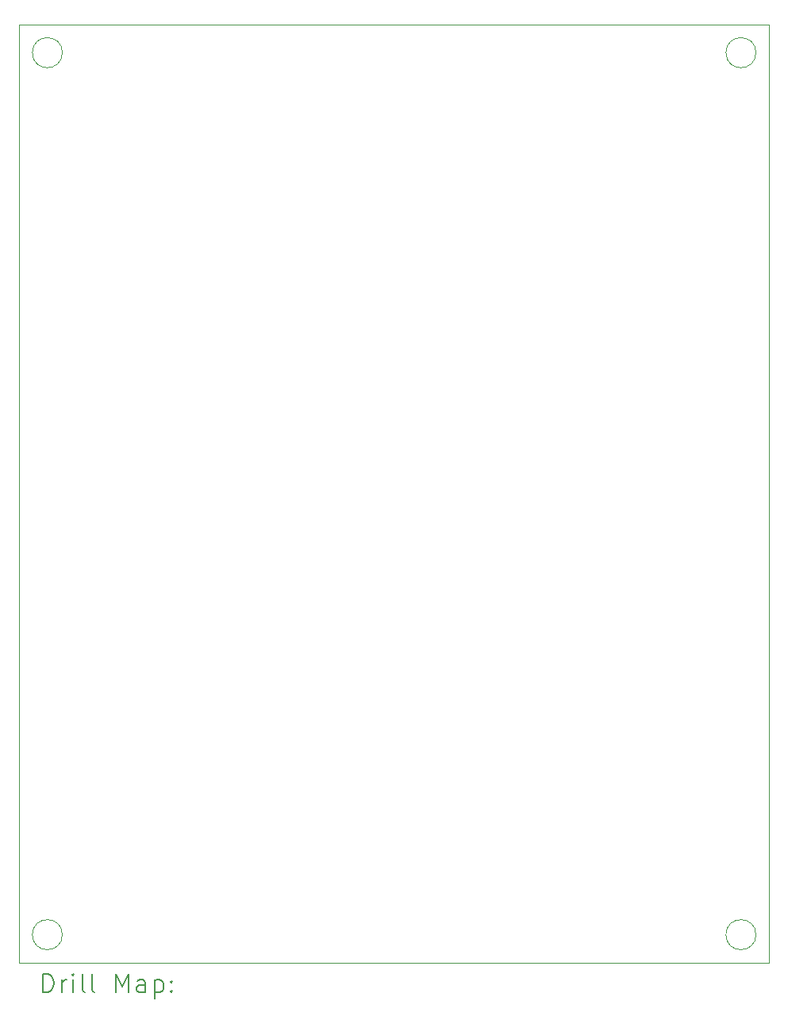
<source format=gbr>
%TF.GenerationSoftware,KiCad,Pcbnew,(6.0.11-0)*%
%TF.CreationDate,2023-03-26T21:41:55+01:00*%
%TF.ProjectId,mainboard,6d61696e-626f-4617-9264-2e6b69636164,rev?*%
%TF.SameCoordinates,Original*%
%TF.FileFunction,Drillmap*%
%TF.FilePolarity,Positive*%
%FSLAX45Y45*%
G04 Gerber Fmt 4.5, Leading zero omitted, Abs format (unit mm)*
G04 Created by KiCad (PCBNEW (6.0.11-0)) date 2023-03-26 21:41:55*
%MOMM*%
%LPD*%
G01*
G04 APERTURE LIST*
%ADD10C,0.100000*%
%ADD11C,0.200000*%
G04 APERTURE END LIST*
D10*
X7860000Y-9700000D02*
G75*
G03*
X7860000Y-9700000I-160000J0D01*
G01*
X460000Y-9700000D02*
G75*
G03*
X460000Y-9700000I-160000J0D01*
G01*
X0Y0D02*
X8000000Y0D01*
X8000000Y0D02*
X8000000Y-10000000D01*
X8000000Y-10000000D02*
X0Y-10000000D01*
X0Y-10000000D02*
X0Y0D01*
X460000Y-300000D02*
G75*
G03*
X460000Y-300000I-160000J0D01*
G01*
X7860000Y-300000D02*
G75*
G03*
X7860000Y-300000I-160000J0D01*
G01*
D11*
X252619Y-10315476D02*
X252619Y-10115476D01*
X300238Y-10115476D01*
X328810Y-10125000D01*
X347857Y-10144048D01*
X357381Y-10163095D01*
X366905Y-10201190D01*
X366905Y-10229762D01*
X357381Y-10267857D01*
X347857Y-10286905D01*
X328810Y-10305952D01*
X300238Y-10315476D01*
X252619Y-10315476D01*
X452619Y-10315476D02*
X452619Y-10182143D01*
X452619Y-10220238D02*
X462143Y-10201190D01*
X471667Y-10191667D01*
X490714Y-10182143D01*
X509762Y-10182143D01*
X576429Y-10315476D02*
X576429Y-10182143D01*
X576429Y-10115476D02*
X566905Y-10125000D01*
X576429Y-10134524D01*
X585952Y-10125000D01*
X576429Y-10115476D01*
X576429Y-10134524D01*
X700238Y-10315476D02*
X681190Y-10305952D01*
X671667Y-10286905D01*
X671667Y-10115476D01*
X805000Y-10315476D02*
X785952Y-10305952D01*
X776428Y-10286905D01*
X776428Y-10115476D01*
X1033571Y-10315476D02*
X1033571Y-10115476D01*
X1100238Y-10258333D01*
X1166905Y-10115476D01*
X1166905Y-10315476D01*
X1347857Y-10315476D02*
X1347857Y-10210714D01*
X1338333Y-10191667D01*
X1319286Y-10182143D01*
X1281190Y-10182143D01*
X1262143Y-10191667D01*
X1347857Y-10305952D02*
X1328810Y-10315476D01*
X1281190Y-10315476D01*
X1262143Y-10305952D01*
X1252619Y-10286905D01*
X1252619Y-10267857D01*
X1262143Y-10248810D01*
X1281190Y-10239286D01*
X1328810Y-10239286D01*
X1347857Y-10229762D01*
X1443095Y-10182143D02*
X1443095Y-10382143D01*
X1443095Y-10191667D02*
X1462143Y-10182143D01*
X1500238Y-10182143D01*
X1519286Y-10191667D01*
X1528809Y-10201190D01*
X1538333Y-10220238D01*
X1538333Y-10277381D01*
X1528809Y-10296429D01*
X1519286Y-10305952D01*
X1500238Y-10315476D01*
X1462143Y-10315476D01*
X1443095Y-10305952D01*
X1624048Y-10296429D02*
X1633571Y-10305952D01*
X1624048Y-10315476D01*
X1614524Y-10305952D01*
X1624048Y-10296429D01*
X1624048Y-10315476D01*
X1624048Y-10191667D02*
X1633571Y-10201190D01*
X1624048Y-10210714D01*
X1614524Y-10201190D01*
X1624048Y-10191667D01*
X1624048Y-10210714D01*
M02*

</source>
